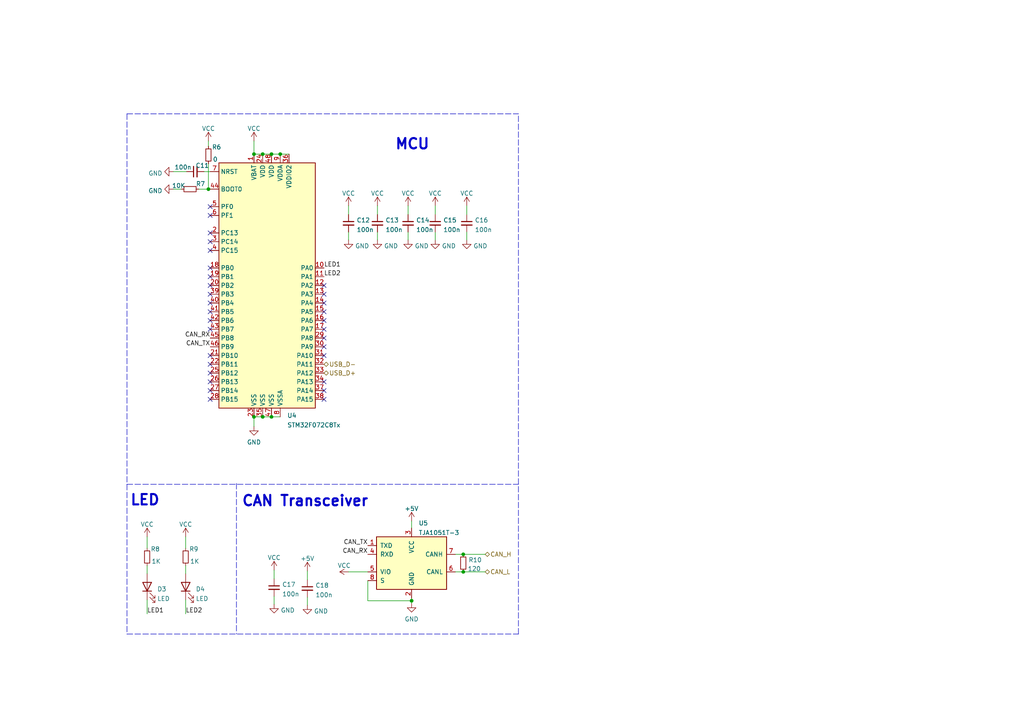
<source format=kicad_sch>
(kicad_sch (version 20211123) (generator eeschema)
  (paper "A4")
  (lib_symbols
    (symbol "Device:C_Small" (pin_numbers hide) (pin_names (offset 0.254) hide)
      (property "Reference" "C" (at 0.254 1.778 0))
      (property "Value" "C_Small" (at 0.254 -2.032 0))
      (symbol "C_Small_0_1"
        (polyline (pts (xy -1.524 -0.508) (xy 1.524 -0.508)) (stroke (width 0.3302)))
        (polyline (pts (xy -1.524 0.508) (xy 1.524 0.508)) (stroke (width 0.3048)))
      )
      (symbol "C_Small_1_1"
        (pin passive line (at 0 2.54 270) (length 2.032) (name "~") (number "1"))
        (pin passive line (at 0 -2.54 90) (length 2.032) (name "~") (number "2"))
      )
    )
    (symbol "Device:LED" (pin_numbers hide) (pin_names (offset 1.016) hide)
      (property "Reference" "D" (at 0 2.54 0))
      (property "Value" "LED" (at 0 -2.54 0))
      (symbol "LED_0_1"
        (polyline (pts (xy -1.27 -1.27) (xy -1.27 1.27)) (stroke (width 0.254)))
        (polyline (pts (xy -1.27 0) (xy 1.27 0)))
        (polyline (pts (xy 1.27 -1.27) (xy 1.27 1.27) (xy -1.27 0) (xy 1.27 -1.27)) (stroke (width 0.254)))
        (polyline (pts (xy -3.048 -0.762) (xy -4.572 -2.286) (xy -3.81 -2.286) (xy -4.572 -2.286) (xy -4.572 -1.524)))
        (polyline (pts (xy -1.778 -0.762) (xy -3.302 -2.286) (xy -2.54 -2.286) (xy -3.302 -2.286) (xy -3.302 -1.524)))
      )
      (symbol "LED_1_1"
        (pin passive line (at -3.81 0 0) (length 2.54) (name "K") (number "1"))
        (pin passive line (at 3.81 0 180) (length 2.54) (name "A") (number "2"))
      )
    )
    (symbol "Device:R_Small" (pin_numbers hide) (pin_names (offset 0.254) hide)
      (property "Reference" "R" (at 0.762 0.508 0))
      (property "Value" "R_Small" (at 0.762 -1.016 0))
      (symbol "R_Small_0_1"
        (rectangle (start -0.762 1.778) (end 0.762 -1.778) (stroke (width 0.2032)))
      )
      (symbol "R_Small_1_1"
        (pin passive line (at 0 2.54 270) (length 0.762) (name "~") (number "1"))
        (pin passive line (at 0 -2.54 90) (length 0.762) (name "~") (number "2"))
      )
    )
    (symbol "Interface_CAN_LIN:TJA1051T-3" (pin_names (offset 1.016))
      (property "Reference" "U" (at -10.16 8.89 0))
      (property "Value" "TJA1051T-3" (at 1.27 8.89 0))
      (symbol "TJA1051T-3_0_1"
        (rectangle (start -10.16 7.62) (end 10.16 -7.62) (stroke (width 0.254)) (fill (type background)))
      )
      (symbol "TJA1051T-3_1_1"
        (pin input line (at -12.7 5.08 0) (length 2.54) (name "TXD") (number "1"))
        (pin power_in line (at 0 -10.16 90) (length 2.54) (name "GND") (number "2"))
        (pin power_in line (at 0 10.16 270) (length 2.54) (name "VCC") (number "3"))
        (pin output line (at -12.7 2.54 0) (length 2.54) (name "RXD") (number "4"))
        (pin power_in line (at -12.7 -2.54 0) (length 2.54) (name "VIO") (number "5"))
        (pin bidirectional line (at 12.7 -2.54 180) (length 2.54) (name "CANL") (number "6"))
        (pin bidirectional line (at 12.7 2.54 180) (length 2.54) (name "CANH") (number "7"))
        (pin input line (at -12.7 -5.08 0) (length 2.54) (name "S") (number "8"))
      )
    )
    (symbol "MCU_ST_STM32F0:STM32F072C8Tx"
      (property "Reference" "U" (at -15.24 36.83 0))
      (property "Value" "STM32F072C8Tx" (at 7.62 36.83 0))
      (symbol "STM32F072C8Tx_0_1"
        (rectangle (start -15.24 -35.56) (end 12.7 35.56) (stroke (width 0.254)) (fill (type background)))
      )
      (symbol "STM32F072C8Tx_1_1"
        (pin power_in line (at -5.08 38.1 270) (length 2.54) (name "VBAT") (number "1"))
        (pin bidirectional line (at 15.24 5.08 180) (length 2.54) (name "PA0") (number "10"))
        (pin bidirectional line (at 15.24 2.54 180) (length 2.54) (name "PA1") (number "11"))
        (pin bidirectional line (at 15.24 0 180) (length 2.54) (name "PA2") (number "12"))
        (pin bidirectional line (at 15.24 -2.54 180) (length 2.54) (name "PA3") (number "13"))
        (pin bidirectional line (at 15.24 -5.08 180) (length 2.54) (name "PA4") (number "14"))
        (pin bidirectional line (at 15.24 -7.62 180) (length 2.54) (name "PA5") (number "15"))
        (pin bidirectional line (at 15.24 -10.16 180) (length 2.54) (name "PA6") (number "16"))
        (pin bidirectional line (at 15.24 -12.7 180) (length 2.54) (name "PA7") (number "17"))
        (pin bidirectional line (at -17.78 5.08 0) (length 2.54) (name "PB0") (number "18"))
        (pin bidirectional line (at -17.78 2.54 0) (length 2.54) (name "PB1") (number "19"))
        (pin bidirectional line (at -17.78 15.24 0) (length 2.54) (name "PC13") (number "2"))
        (pin bidirectional line (at -17.78 0 0) (length 2.54) (name "PB2") (number "20"))
        (pin bidirectional line (at -17.78 -20.32 0) (length 2.54) (name "PB10") (number "21"))
        (pin bidirectional line (at -17.78 -22.86 0) (length 2.54) (name "PB11") (number "22"))
        (pin power_in line (at -5.08 -38.1 90) (length 2.54) (name "VSS") (number "23"))
        (pin power_in line (at -2.54 38.1 270) (length 2.54) (name "VDD") (number "24"))
        (pin bidirectional line (at -17.78 -25.4 0) (length 2.54) (name "PB12") (number "25"))
        (pin bidirectional line (at -17.78 -27.94 0) (length 2.54) (name "PB13") (number "26"))
        (pin bidirectional line (at -17.78 -30.48 0) (length 2.54) (name "PB14") (number "27"))
        (pin bidirectional line (at -17.78 -33.02 0) (length 2.54) (name "PB15") (number "28"))
        (pin bidirectional line (at 15.24 -15.24 180) (length 2.54) (name "PA8") (number "29"))
        (pin bidirectional line (at -17.78 12.7 0) (length 2.54) (name "PC14") (number "3"))
        (pin bidirectional line (at 15.24 -17.78 180) (length 2.54) (name "PA9") (number "30"))
        (pin bidirectional line (at 15.24 -20.32 180) (length 2.54) (name "PA10") (number "31"))
        (pin bidirectional line (at 15.24 -22.86 180) (length 2.54) (name "PA11") (number "32"))
        (pin bidirectional line (at 15.24 -25.4 180) (length 2.54) (name "PA12") (number "33"))
        (pin bidirectional line (at 15.24 -27.94 180) (length 2.54) (name "PA13") (number "34"))
        (pin power_in line (at -2.54 -38.1 90) (length 2.54) (name "VSS") (number "35"))
        (pin power_in line (at 5.08 38.1 270) (length 2.54) (name "VDDIO2") (number "36"))
        (pin bidirectional line (at 15.24 -30.48 180) (length 2.54) (name "PA14") (number "37"))
        (pin bidirectional line (at 15.24 -33.02 180) (length 2.54) (name "PA15") (number "38"))
        (pin bidirectional line (at -17.78 -2.54 0) (length 2.54) (name "PB3") (number "39"))
        (pin bidirectional line (at -17.78 10.16 0) (length 2.54) (name "PC15") (number "4"))
        (pin bidirectional line (at -17.78 -5.08 0) (length 2.54) (name "PB4") (number "40"))
        (pin bidirectional line (at -17.78 -7.62 0) (length 2.54) (name "PB5") (number "41"))
        (pin bidirectional line (at -17.78 -10.16 0) (length 2.54) (name "PB6") (number "42"))
        (pin bidirectional line (at -17.78 -12.7 0) (length 2.54) (name "PB7") (number "43"))
        (pin input line (at -17.78 27.94 0) (length 2.54) (name "BOOT0") (number "44"))
        (pin bidirectional line (at -17.78 -15.24 0) (length 2.54) (name "PB8") (number "45"))
        (pin bidirectional line (at -17.78 -17.78 0) (length 2.54) (name "PB9") (number "46"))
        (pin power_in line (at 0 -38.1 90) (length 2.54) (name "VSS") (number "47"))
        (pin power_in line (at 0 38.1 270) (length 2.54) (name "VDD") (number "48"))
        (pin input line (at -17.78 22.86 0) (length 2.54) (name "PF0") (number "5"))
        (pin input line (at -17.78 20.32 0) (length 2.54) (name "PF1") (number "6"))
        (pin input line (at -17.78 33.02 0) (length 2.54) (name "NRST") (number "7"))
        (pin power_in line (at 2.54 -38.1 90) (length 2.54) (name "VSSA") (number "8"))
        (pin power_in line (at 2.54 38.1 270) (length 2.54) (name "VDDA") (number "9"))
      )
    )
    (symbol "power:+5V" (power) (pin_names (offset 0))
      (property "Value" "+5V" (at 0 3.556 0))
      (symbol "+5V_0_1"
        (polyline (pts (xy -0.762 1.27) (xy 0 2.54)))
        (polyline (pts (xy 0 0) (xy 0 2.54)))
        (polyline (pts (xy 0 2.54) (xy 0.762 1.27)))
      )
      (symbol "+5V_1_1"
        (pin power_in line (at 0 0 90) (length 0) hide (name "+5V") (number "1"))
      )
    )
    (symbol "power:GND" (power) (pin_names (offset 0))
      (property "Value" "GND" (at 0 -3.81 0))
      (symbol "GND_0_1"
        (polyline (pts (xy 0 0) (xy 0 -1.27) (xy 1.27 -1.27) (xy 0 -2.54) (xy -1.27 -1.27) (xy 0 -1.27)))
      )
      (symbol "GND_1_1"
        (pin power_in line (at 0 0 270) (length 0) hide (name "GND") (number "1"))
      )
    )
    (symbol "power:VCC" (power) (pin_names (offset 0))
      (property "Value" "VCC" (at 0 3.81 0))
      (symbol "VCC_0_1"
        (polyline (pts (xy -0.762 1.27) (xy 0 2.54)))
        (polyline (pts (xy 0 0) (xy 0 2.54)))
        (polyline (pts (xy 0 2.54) (xy 0.762 1.27)))
      )
      (symbol "VCC_1_1"
        (pin power_in line (at 0 0 90) (length 0) hide (name "VCC") (number "1"))
      )
    )
  )
  (junction (at 73.66 120.904))
  (junction (at 81.28 44.704))
  (junction (at 78.74 120.904))
  (junction (at 76.2 44.704))
  (junction (at 73.66 44.704))
  (junction (at 134.366 160.782))
  (junction (at 119.38 174.244))
  (junction (at 134.366 165.862))
  (junction (at 60.452 54.864))
  (junction (at 78.74 44.704))
  (junction (at 76.2 120.904))
  (no_connect (at 93.98 92.964))
  (no_connect (at 60.96 80.264))
  (no_connect (at 60.96 82.804))
  (no_connect (at 93.98 87.884))
  (no_connect (at 93.98 85.344))
  (no_connect (at 60.96 95.504))
  (no_connect (at 93.98 103.124))
  (no_connect (at 60.96 67.564))
  (no_connect (at 60.96 108.204))
  (no_connect (at 60.96 113.284))
  (no_connect (at 60.96 103.124))
  (no_connect (at 93.98 82.804))
  (no_connect (at 93.98 100.584))
  (no_connect (at 93.98 115.824))
  (no_connect (at 60.96 115.824))
  (no_connect (at 60.96 87.884))
  (no_connect (at 93.98 98.044))
  (no_connect (at 60.96 90.424))
  (no_connect (at 60.96 62.484))
  (no_connect (at 93.98 95.504))
  (no_connect (at 60.96 59.944))
  (no_connect (at 60.96 105.664))
  (no_connect (at 60.96 92.964))
  (no_connect (at 93.98 110.744))
  (no_connect (at 93.98 113.284))
  (no_connect (at 60.96 110.744))
  (no_connect (at 60.96 70.104))
  (no_connect (at 60.96 85.344))
  (no_connect (at 60.96 77.724))
  (no_connect (at 60.96 72.644))
  (no_connect (at 93.98 90.424))
  (wire (pts (xy 126.238 67.31) (xy 126.238 69.596)))
  (wire (pts (xy 76.2 44.704) (xy 78.74 44.704)))
  (wire (pts (xy 118.364 67.31) (xy 118.364 69.596)))
  (wire (pts (xy 109.474 59.69) (xy 109.474 62.23)))
  (polyline (pts (xy 150.368 183.896) (xy 150.368 140.462)))
  (wire (pts (xy 79.502 165.354) (xy 79.502 167.894)))
  (wire (pts (xy 53.848 173.99) (xy 53.848 178.054)))
  (wire (pts (xy 50.292 49.784) (xy 54.102 49.784)))
  (wire (pts (xy 119.38 173.482) (xy 119.38 174.244)))
  (wire (pts (xy 119.38 174.244) (xy 119.38 175.006)))
  (wire (pts (xy 135.382 59.69) (xy 135.382 62.23)))
  (wire (pts (xy 119.38 151.13) (xy 119.38 153.162)))
  (wire (pts (xy 42.672 155.702) (xy 42.672 159.004)))
  (wire (pts (xy 60.452 40.894) (xy 60.452 42.418)))
  (wire (pts (xy 132.08 165.862) (xy 134.366 165.862)))
  (wire (pts (xy 89.154 165.608) (xy 89.154 168.148)))
  (wire (pts (xy 50.292 54.864) (xy 52.578 54.864)))
  (wire (pts (xy 42.672 173.99) (xy 42.672 178.054)))
  (wire (pts (xy 78.74 120.904) (xy 81.28 120.904)))
  (wire (pts (xy 134.366 165.862) (xy 140.716 165.862)))
  (wire (pts (xy 134.366 160.782) (xy 140.716 160.782)))
  (wire (pts (xy 42.672 164.084) (xy 42.672 166.37)))
  (wire (pts (xy 53.848 164.084) (xy 53.848 166.37)))
  (wire (pts (xy 106.68 168.402) (xy 106.68 174.244)))
  (wire (pts (xy 135.382 67.31) (xy 135.382 69.596)))
  (wire (pts (xy 101.092 67.31) (xy 101.092 69.596)))
  (wire (pts (xy 89.154 173.228) (xy 89.154 175.514)))
  (wire (pts (xy 57.658 54.864) (xy 60.452 54.864)))
  (wire (pts (xy 101.092 165.862) (xy 106.68 165.862)))
  (wire (pts (xy 60.452 47.498) (xy 60.452 54.864)))
  (polyline (pts (xy 36.83 33.02) (xy 36.83 140.462)))
  (wire (pts (xy 109.474 67.31) (xy 109.474 69.596)))
  (polyline (pts (xy 68.58 140.208) (xy 68.58 183.896)))
  (wire (pts (xy 59.182 49.784) (xy 60.96 49.784)))
  (wire (pts (xy 79.502 172.974) (xy 79.502 175.26)))
  (wire (pts (xy 81.28 44.704) (xy 83.82 44.704)))
  (polyline (pts (xy 36.83 140.462) (xy 150.368 140.462)))
  (wire (pts (xy 73.66 120.904) (xy 76.2 120.904)))
  (polyline (pts (xy 36.83 33.02) (xy 150.368 33.02)))
  (wire (pts (xy 73.66 44.704) (xy 76.2 44.704)))
  (wire (pts (xy 106.68 174.244) (xy 119.38 174.244)))
  (polyline (pts (xy 150.368 140.462) (xy 150.368 33.02)))
  (wire (pts (xy 118.364 59.69) (xy 118.364 62.23)))
  (wire (pts (xy 73.66 40.894) (xy 73.66 44.704)))
  (wire (pts (xy 132.08 160.782) (xy 134.366 160.782)))
  (polyline (pts (xy 36.83 183.896) (xy 150.368 183.896)))
  (wire (pts (xy 126.238 59.69) (xy 126.238 62.23)))
  (wire (pts (xy 53.848 155.702) (xy 53.848 159.004)))
  (wire (pts (xy 101.092 59.69) (xy 101.092 62.23)))
  (wire (pts (xy 60.452 54.864) (xy 60.96 54.864)))
  (polyline (pts (xy 36.83 140.462) (xy 36.83 183.896)))
  (wire (pts (xy 76.2 120.904) (xy 78.74 120.904)))
  (wire (pts (xy 73.66 120.904) (xy 73.66 123.698)))
  (wire (pts (xy 78.74 44.704) (xy 81.28 44.704)))
  (text "LED" (at 37.592 146.939 0) (effects (font (size 3 3) (thickness 0.6) bold) (justify left bottom)))
  (text "MCU" (at 114.427 43.688 0) (effects (font (size 3 3) (thickness 0.6) bold) (justify left bottom)))
  (text "CAN Transceiver" (at 69.977 147.193 0) (effects (font (size 3 3) (thickness 0.6) bold) (justify left bottom)))
  (label "CAN_TX" (at 60.96 100.584 180))
  (label "CAN_TX" (at 106.68 158.242 180))
  (label "LED1" (at 42.672 178.054 0))
  (label "LED2" (at 93.98 80.264 0))
  (label "LED1" (at 93.98 77.724 0))
  (label "CAN_RX" (at 60.96 98.044 180))
  (label "LED2" (at 53.848 178.054 0))
  (label "CAN_RX" (at 106.68 160.782 180))
  (hierarchical_label "CAN_L" (shape bidirectional) (at 140.716 165.862 0))
  (hierarchical_label "USB_D+" (shape bidirectional) (at 93.98 108.204 0))
  (hierarchical_label "CAN_H" (shape bidirectional) (at 140.716 160.782 0))
  (hierarchical_label "USB_D-" (shape bidirectional) (at 93.98 105.664 0))
  (symbol (lib_id "power:VCC") (at 101.092 59.69 0) (unit 1)
    (property "Reference" "#PWR045" (effects hide))
    (property "Value" "VCC" (at 101.092 56.0855 0))
  )
  (symbol (lib_id "power:GND") (at 50.292 49.784 270) (unit 1)
    (property "Reference" "#PWR043" (effects hide))
    (property "Value" "GND" (at 47.1171 50.263 90) (effects (justify right)))
  )
  (symbol (lib_id "Device:C_Small") (at 79.502 170.434 0) (unit 1)
    (property "Reference" "C17" (at 81.8261 169.5318 0) (effects (justify left)))
    (property "Value" "100n" (at 81.8261 172.3069 0) (effects (justify left)))
    (property "Footprint" "Capacitor_SMD:C_0603_1608Metric" (effects hide))
  )
  (symbol (lib_id "power:GND") (at 126.238 69.596 0) (unit 1)
    (property "Reference" "#PWR053" (effects hide))
    (property "Value" "GND" (at 128.143 71.345 0) (effects (justify left)))
  )
  (symbol (lib_id "power:VCC") (at 109.474 59.69 0) (unit 1)
    (property "Reference" "#PWR046" (effects hide))
    (property "Value" "VCC" (at 109.474 56.0855 0))
  )
  (symbol (lib_id "power:VCC") (at 60.452 40.894 0) (unit 1)
    (property "Reference" "#PWR041" (effects hide))
    (property "Value" "VCC" (at 60.452 37.2895 0))
  )
  (symbol (lib_id "Device:C_Small") (at 109.474 64.77 0) (unit 1)
    (property "Reference" "C13" (at 111.7981 63.8678 0) (effects (justify left)))
    (property "Value" "100n" (at 111.7981 66.6429 0) (effects (justify left)))
    (property "Footprint" "Capacitor_SMD:C_0603_1608Metric" (effects hide))
  )
  (symbol (lib_id "Device:C_Small") (at 56.642 49.784 90) (unit 1)
    (property "Reference" "C11" (at 58.674 48.006 90))
    (property "Value" "100n" (at 53.086 48.514 90))
    (property "Footprint" "Capacitor_SMD:C_0603_1608Metric" (effects hide))
  )
  (symbol (lib_id "MCU_ST_STM32F0:STM32F072C8Tx") (at 78.74 82.804 0) (unit 1)
    (property "Reference" "U4" (at 83.2994 120.5135 0) (effects (justify left)))
    (property "Value" "STM32F072C8Tx" (at 83.2994 123.2886 0) (effects (justify left)))
    (property "Footprint" "Package_QFP:LQFP-48_7x7mm_P0.5mm" (effects hide))
    (property "Datasheet" "http://www.st.com/st-web-ui/static/active/en/resource/technical/document/datasheet/DM00090510.pdf" (effects hide))
  )
  (symbol (lib_id "power:VCC") (at 73.66 40.894 0) (unit 1)
    (property "Reference" "#PWR042" (effects hide))
    (property "Value" "VCC" (at 73.66 37.2895 0))
  )
  (symbol (lib_id "power:+5V") (at 119.38 151.13 0) (unit 1)
    (property "Reference" "#PWR056" (effects hide))
    (property "Value" "+5V" (at 119.38 147.5255 0))
  )
  (symbol (lib_id "Device:C_Small") (at 101.092 64.77 0) (unit 1)
    (property "Reference" "C12" (at 103.4161 63.8678 0) (effects (justify left)))
    (property "Value" "100n" (at 103.4161 66.6429 0) (effects (justify left)))
    (property "Footprint" "Capacitor_SMD:C_0603_1608Metric" (effects hide))
  )
  (symbol (lib_id "power:GND") (at 50.292 54.864 270) (unit 1)
    (property "Reference" "#PWR044" (effects hide))
    (property "Value" "GND" (at 47.1171 55.343 90) (effects (justify right)))
  )
  (symbol (lib_id "Device:LED") (at 42.672 170.18 90) (unit 1)
    (property "Reference" "D3" (at 45.593 170.859 90) (effects (justify right)))
    (property "Value" "LED" (at 45.593 173.6341 90) (effects (justify right)))
    (property "Footprint" "LED_SMD:LED_0603_1608Metric" (effects hide))
  )
  (symbol (lib_id "power:VCC") (at 101.092 165.862 90) (mirror x) (unit 1)
    (property "Reference" "#PWR061" (effects hide))
    (property "Value" "VCC" (at 99.822 164.0355 90))
  )
  (symbol (lib_id "Device:C_Small") (at 135.382 64.77 0) (unit 1)
    (property "Reference" "C16" (at 137.7061 63.8678 0) (effects (justify left)))
    (property "Value" "100n" (at 137.7061 66.6429 0) (effects (justify left)))
    (property "Footprint" "Capacitor_SMD:C_0603_1608Metric" (effects hide))
  )
  (symbol (lib_id "Device:R_Small") (at 134.366 163.322 0) (unit 1)
    (property "Reference" "R10" (at 135.8646 162.4135 0) (effects (justify left)))
    (property "Value" "120" (at 135.636 164.973 0) (effects (justify left)))
    (property "Footprint" "Resistor_SMD:R_0603_1608Metric" (effects hide))
  )
  (symbol (lib_id "power:GND") (at 89.154 175.514 0) (unit 1)
    (property "Reference" "#PWR064" (effects hide))
    (property "Value" "GND" (at 91.059 177.263 0) (effects (justify left)))
  )
  (symbol (lib_id "power:GND") (at 119.38 175.006 0) (unit 1)
    (property "Reference" "#PWR062" (effects hide))
    (property "Value" "GND" (at 119.38 179.5685 0))
  )
  (symbol (lib_id "power:GND") (at 109.474 69.596 0) (unit 1)
    (property "Reference" "#PWR051" (effects hide))
    (property "Value" "GND" (at 111.379 71.345 0) (effects (justify left)))
  )
  (symbol (lib_id "Device:R_Small") (at 55.118 54.864 90) (unit 1)
    (property "Reference" "R7" (at 58.166 53.34 90))
    (property "Value" "10K" (at 51.816 53.848 90))
    (property "Footprint" "Resistor_SMD:R_0603_1608Metric" (effects hide))
  )
  (symbol (lib_id "Interface_CAN_LIN:TJA1051T-3") (at 119.38 163.322 0) (unit 1)
    (property "Reference" "U5" (at 121.3994 151.7355 0) (effects (justify left)))
    (property "Value" "TJA1051T-3" (at 121.3994 154.5106 0) (effects (justify left)))
    (property "Footprint" "Package_SO:SOIC-8_3.9x4.9mm_P1.27mm" (effects hide))
    (property "Datasheet" "http://www.nxp.com/documents/data_sheet/TJA1051.pdf" (effects hide))
  )
  (symbol (lib_id "Device:C_Small") (at 118.364 64.77 0) (unit 1)
    (property "Reference" "C14" (at 120.6881 63.8678 0) (effects (justify left)))
    (property "Value" "100n" (at 120.6881 66.6429 0) (effects (justify left)))
    (property "Footprint" "Capacitor_SMD:C_0603_1608Metric" (effects hide))
  )
  (symbol (lib_id "Device:C_Small") (at 126.238 64.77 0) (unit 1)
    (property "Reference" "C15" (at 128.5621 63.8678 0) (effects (justify left)))
    (property "Value" "100n" (at 128.5621 66.6429 0) (effects (justify left)))
    (property "Footprint" "Capacitor_SMD:C_0603_1608Metric" (effects hide))
  )
  (symbol (lib_id "power:VCC") (at 79.502 165.354 0) (unit 1)
    (property "Reference" "#PWR059" (effects hide))
    (property "Value" "VCC" (at 79.502 161.7495 0))
  )
  (symbol (lib_id "Device:LED") (at 53.848 170.18 90) (unit 1)
    (property "Reference" "D4" (at 56.769 170.859 90) (effects (justify right)))
    (property "Value" "LED" (at 56.769 173.6341 90) (effects (justify right)))
    (property "Footprint" "LED_SMD:LED_0603_1608Metric" (effects hide))
  )
  (symbol (lib_id "power:GND") (at 135.382 69.596 0) (unit 1)
    (property "Reference" "#PWR054" (effects hide))
    (property "Value" "GND" (at 137.287 71.345 0) (effects (justify left)))
  )
  (symbol (lib_id "Device:C_Small") (at 89.154 170.688 0) (unit 1)
    (property "Reference" "C18" (at 91.4781 169.7858 0) (effects (justify left)))
    (property "Value" "100n" (at 91.4781 172.5609 0) (effects (justify left)))
    (property "Footprint" "Capacitor_SMD:C_0603_1608Metric" (effects hide))
  )
  (symbol (lib_id "power:VCC") (at 53.848 155.702 0) (unit 1)
    (property "Reference" "#PWR058" (effects hide))
    (property "Value" "VCC" (at 53.848 152.0975 0))
  )
  (symbol (lib_id "power:VCC") (at 118.364 59.69 0) (unit 1)
    (property "Reference" "#PWR047" (effects hide))
    (property "Value" "VCC" (at 118.364 56.0855 0))
  )
  (symbol (lib_id "power:GND") (at 73.66 123.698 0) (unit 1)
    (property "Reference" "#PWR055" (effects hide))
    (property "Value" "GND" (at 73.66 128.2605 0))
  )
  (symbol (lib_id "power:GND") (at 79.502 175.26 0) (unit 1)
    (property "Reference" "#PWR063" (effects hide))
    (property "Value" "GND" (at 81.407 177.009 0) (effects (justify left)))
  )
  (symbol (lib_id "Device:R_Small") (at 42.672 161.544 180) (unit 1)
    (property "Reference" "R8" (at 43.688 159.258 0) (effects (justify right)))
    (property "Value" "1K" (at 43.942 162.814 0) (effects (justify right)))
    (property "Footprint" "Resistor_SMD:R_0603_1608Metric" (effects hide))
  )
  (symbol (lib_id "power:VCC") (at 126.238 59.69 0) (unit 1)
    (property "Reference" "#PWR048" (effects hide))
    (property "Value" "VCC" (at 126.238 56.0855 0))
  )
  (symbol (lib_id "power:GND") (at 101.092 69.596 0) (unit 1)
    (property "Reference" "#PWR050" (effects hide))
    (property "Value" "GND" (at 102.997 71.345 0) (effects (justify left)))
  )
  (symbol (lib_id "power:GND") (at 118.364 69.596 0) (unit 1)
    (property "Reference" "#PWR052" (effects hide))
    (property "Value" "GND" (at 120.269 71.345 0) (effects (justify left)))
  )
  (symbol (lib_id "Device:R_Small") (at 60.452 44.958 180) (unit 1)
    (property "Reference" "R6" (at 61.468 42.672 0) (effects (justify right)))
    (property "Value" "0" (at 61.722 46.228 0) (effects (justify right)))
    (property "Footprint" "Resistor_SMD:R_0603_1608Metric" (effects hide))
  )
  (symbol (lib_id "Device:R_Small") (at 53.848 161.544 180) (unit 1)
    (property "Reference" "R9" (at 54.864 159.258 0) (effects (justify right)))
    (property "Value" "1K" (at 55.118 162.814 0) (effects (justify right)))
    (property "Footprint" "Resistor_SMD:R_0603_1608Metric" (effects hide))
  )
  (symbol (lib_id "power:VCC") (at 135.382 59.69 0) (unit 1)
    (property "Reference" "#PWR049" (effects hide))
    (property "Value" "VCC" (at 135.382 56.0855 0))
  )
  (symbol (lib_id "power:VCC") (at 42.672 155.702 0) (unit 1)
    (property "Reference" "#PWR057" (effects hide))
    (property "Value" "VCC" (at 42.672 152.0975 0))
  )
  (symbol (lib_id "power:+5V") (at 89.154 165.608 0) (unit 1)
    (property "Reference" "#PWR060" (effects hide))
    (property "Value" "+5V" (at 89.154 162.0035 0))
  )
)
</source>
